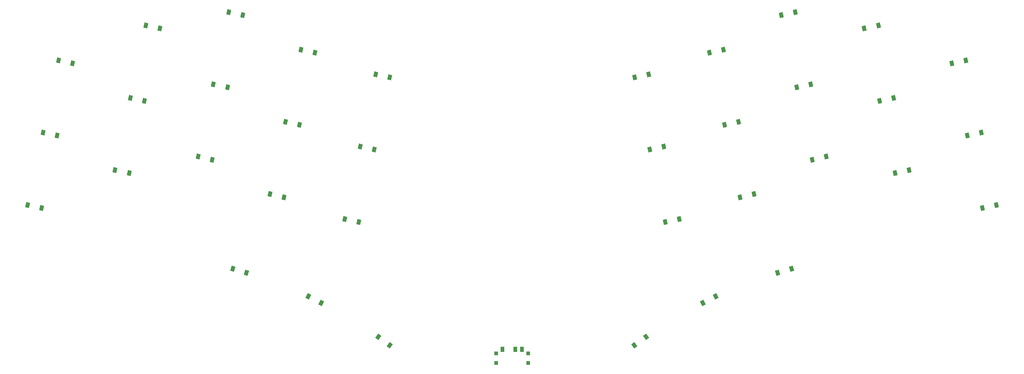
<source format=gbr>
%TF.GenerationSoftware,KiCad,Pcbnew,8.0.1*%
%TF.CreationDate,2025-12-13T21:48:51+01:00*%
%TF.ProjectId,fat_cruiser,6661745f-6372-4756-9973-65722e6b6963,v2.0.0*%
%TF.SameCoordinates,Original*%
%TF.FileFunction,Paste,Top*%
%TF.FilePolarity,Positive*%
%FSLAX46Y46*%
G04 Gerber Fmt 4.6, Leading zero omitted, Abs format (unit mm)*
G04 Created by KiCad (PCBNEW 8.0.1) date 2025-12-13 21:48:51*
%MOMM*%
%LPD*%
G01*
G04 APERTURE LIST*
G04 Aperture macros list*
%AMRotRect*
0 Rectangle, with rotation*
0 The origin of the aperture is its center*
0 $1 length*
0 $2 width*
0 $3 Rotation angle, in degrees counterclockwise*
0 Add horizontal line*
21,1,$1,$2,0,0,$3*%
G04 Aperture macros list end*
%ADD10R,0.900000X1.250000*%
%ADD11R,0.900000X0.900000*%
%ADD12RotRect,0.900000X1.200000X348.000000*%
%ADD13RotRect,0.900000X1.200000X344.000000*%
%ADD14RotRect,0.900000X1.200000X334.000000*%
%ADD15RotRect,0.900000X1.200000X324.000000*%
%ADD16RotRect,0.900000X1.200000X12.000000*%
%ADD17RotRect,0.900000X1.200000X16.000000*%
%ADD18RotRect,0.900000X1.200000X26.000000*%
%ADD19RotRect,0.900000X1.200000X36.000000*%
G04 APERTURE END LIST*
D10*
%TO.C,T4*%
X152502326Y-140882443D03*
X155502324Y-140882443D03*
X157002326Y-140882443D03*
D11*
X151052326Y-144057443D03*
X151052326Y-141857443D03*
X158452326Y-141857443D03*
X158452326Y-144057443D03*
%TD*%
D12*
%TO.C,D1*%
X43399089Y-107660641D03*
X46626977Y-108346749D03*
%TD*%
%TO.C,D2*%
X46933588Y-91032135D03*
X50161476Y-91718243D03*
%TD*%
%TO.C,D3*%
X50468086Y-74403623D03*
X53695974Y-75089731D03*
%TD*%
%TO.C,D4*%
X63500688Y-99665283D03*
X66728576Y-100351391D03*
%TD*%
%TO.C,D5*%
X67035186Y-83036769D03*
X70263074Y-83722877D03*
%TD*%
%TO.C,D6*%
X70569687Y-66408261D03*
X73797575Y-67094369D03*
%TD*%
%TO.C,D7*%
X82562728Y-96560658D03*
X85790616Y-97246766D03*
%TD*%
%TO.C,D8*%
X86097223Y-79932149D03*
X89325111Y-80618257D03*
%TD*%
%TO.C,D9*%
X89631723Y-63303637D03*
X92859611Y-63989745D03*
%TD*%
%TO.C,D10*%
X99129823Y-105193807D03*
X102357711Y-105879915D03*
%TD*%
%TO.C,D11*%
X102664325Y-88565296D03*
X105892213Y-89251404D03*
%TD*%
%TO.C,D12*%
X106198821Y-71936791D03*
X109426709Y-72622899D03*
%TD*%
%TO.C,D13*%
X116320659Y-110892510D03*
X119548547Y-111578618D03*
%TD*%
%TO.C,D14*%
X119855155Y-94264001D03*
X123083043Y-94950109D03*
%TD*%
%TO.C,D15*%
X123389653Y-77635493D03*
X126617541Y-78321601D03*
%TD*%
D13*
%TO.C,D16*%
X90529445Y-122353388D03*
X93701609Y-123262988D03*
%TD*%
D14*
%TO.C,D17*%
X107942587Y-128729591D03*
X110908607Y-130176215D03*
%TD*%
D15*
%TO.C,D18*%
X123983968Y-138032682D03*
X126653724Y-139972374D03*
%TD*%
D16*
%TO.C,D19*%
X262877671Y-108346748D03*
X266105559Y-107660640D03*
%TD*%
%TO.C,D20*%
X259343170Y-91718238D03*
X262571058Y-91032130D03*
%TD*%
%TO.C,D21*%
X255808673Y-75089729D03*
X259036561Y-74403621D03*
%TD*%
%TO.C,D22*%
X242776071Y-100351390D03*
X246003959Y-99665282D03*
%TD*%
%TO.C,D23*%
X239241573Y-83722879D03*
X242469461Y-83036771D03*
%TD*%
%TO.C,D24*%
X235707077Y-67094368D03*
X238934965Y-66408260D03*
%TD*%
%TO.C,D25*%
X223714035Y-97246766D03*
X226941923Y-96560658D03*
%TD*%
%TO.C,D26*%
X220179538Y-80618256D03*
X223407426Y-79932148D03*
%TD*%
%TO.C,D27*%
X216645038Y-63989746D03*
X219872926Y-63303638D03*
%TD*%
%TO.C,D28*%
X207146936Y-105879913D03*
X210374824Y-105193805D03*
%TD*%
%TO.C,D29*%
X203612435Y-89251406D03*
X206840323Y-88565298D03*
%TD*%
%TO.C,D30*%
X200077938Y-72622897D03*
X203305826Y-71936789D03*
%TD*%
%TO.C,D31*%
X189956104Y-111578620D03*
X193183992Y-110892512D03*
%TD*%
%TO.C,D32*%
X186421606Y-94950113D03*
X189649494Y-94264005D03*
%TD*%
%TO.C,D33*%
X182887104Y-78321601D03*
X186114992Y-77635493D03*
%TD*%
D17*
%TO.C,D34*%
X215803041Y-123262990D03*
X218975205Y-122353386D03*
%TD*%
D18*
%TO.C,D35*%
X198596042Y-130176214D03*
X201562062Y-128729590D03*
%TD*%
D19*
%TO.C,D36*%
X182850927Y-139972376D03*
X185520683Y-138032684D03*
%TD*%
M02*

</source>
